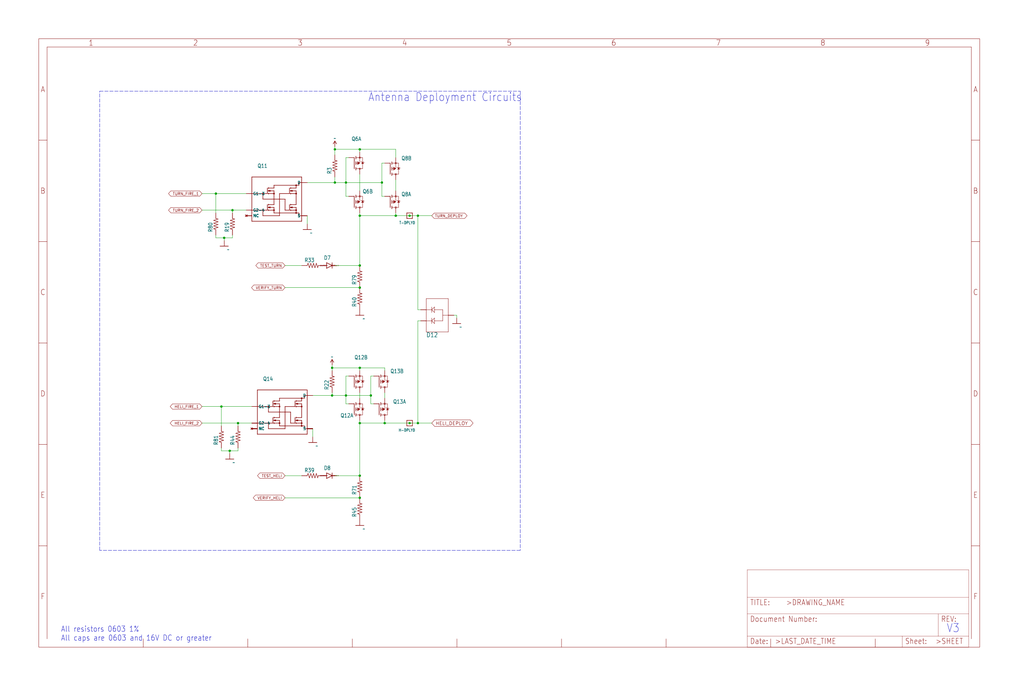
<source format=kicad_sch>
(kicad_sch (version 20211123) (generator eeschema)
  (paper "User" 469.9 317.906)
  (lib_symbols
    (symbol "oresat-c3-eagle-import:DIODE-SOD323-R"
      (property "Reference" "D" (at -2.54 1.905 0))
      (property "Value" "DIODE-SOD323-R" (at -2.54 -3.81 0))
      (symbol "DIODE-SOD323-R_1_0"
        (polyline (pts (xy -1.27 -1.27) (xy 1.27 0)) (stroke (width 0.254)))
        (polyline (pts (xy -1.27 0) (xy -2.54 0)) (stroke (width 0.254)))
        (polyline (pts (xy -1.27 0) (xy -1.27 -1.27)) (stroke (width 0.254)))
        (polyline (pts (xy -1.27 1.27) (xy -1.27 0)) (stroke (width 0.254)))
        (polyline (pts (xy 1.27 0) (xy -1.27 1.27)) (stroke (width 0.254)))
        (polyline (pts (xy 1.27 0) (xy 1.27 -1.27)) (stroke (width 0.254)))
        (polyline (pts (xy 1.27 1.27) (xy 1.27 0)) (stroke (width 0.254)))
        (polyline (pts (xy 2.54 0) (xy 1.27 0)) (stroke (width 0.254)))
        (text "SpiceOrder 1" (at -2.54 0 0) (effects (font (size 0.4064 0.3454))))
        (text "SpiceOrder 2" (at 2.54 0 0) (effects (font (size 0.4064 0.3454))))
        (pin passive line (at -2.54 0 0) (length 0) (name "A") (number "A"))
        (pin passive line (at 2.54 0 180) (length 0) (name "C") (number "C"))
      )
    )
    (symbol "oresat-c3-eagle-import:FDMQ86530L_2-GATES"
      (property "Reference" "Q" (at -10.16 15.24 0))
      (property "Value" "FDMQ86530L_2-GATES" (at -10.16 12.7 0))
      (symbol "FDMQ86530L_2-GATES_1_0"
        (circle (center -7.62 -5.08) (radius 0.254) (stroke (width 0.254)))
        (circle (center -7.62 2.54) (radius 0.254) (stroke (width 0.254)))
        (circle (center -2.54 -5.08) (radius 0.254) (stroke (width 0.254)))
        (circle (center -2.54 2.54) (radius 0.254) (stroke (width 0.254)))
        (polyline (pts (xy -12.7 -10.16) (xy 10.16 -10.16)) (stroke (width 0.254)))
        (polyline (pts (xy -12.7 -5.08) (xy -12.7 -10.16)) (stroke (width 0.254)))
        (polyline (pts (xy -12.7 2.54) (xy -12.7 -5.08)) (stroke (width 0.254)))
        (polyline (pts (xy -12.7 10.16) (xy -12.7 2.54)) (stroke (width 0.254)))
        (polyline (pts (xy -7.62 -7.62) (xy -7.62 -5.08)) (stroke (width 0.254)))
        (polyline (pts (xy -7.62 -5.08) (xy -12.7 -5.08)) (stroke (width 0.254)))
        (polyline (pts (xy -7.62 -5.08) (xy -5.588 -5.08)) (stroke (width 0.254)))
        (polyline (pts (xy -7.62 0) (xy -7.62 2.54)) (stroke (width 0.254)))
        (polyline (pts (xy -7.62 2.54) (xy -12.7 2.54)) (stroke (width 0.254)))
        (polyline (pts (xy -7.62 2.54) (xy -5.588 2.54)) (stroke (width 0.254)))
        (polyline (pts (xy -5.588 -5.08) (xy -5.588 -2.54)) (stroke (width 0.254)))
        (polyline (pts (xy -5.588 2.54) (xy -5.588 5.08)) (stroke (width 0.254)))
        (polyline (pts (xy -5.08 -5.334) (xy -5.08 -5.08)) (stroke (width 0.254)))
        (polyline (pts (xy -5.08 -5.08) (xy -5.08 -4.826)) (stroke (width 0.254)))
        (polyline (pts (xy -5.08 -3.81) (xy -5.08 -4.064)) (stroke (width 0.254)))
        (polyline (pts (xy -5.08 -3.81) (xy -5.08 -3.556)) (stroke (width 0.254)))
        (polyline (pts (xy -5.08 -3.81) (xy -4.318 -3.556)) (stroke (width 0.254)))
        (polyline (pts (xy -5.08 -3.81) (xy -2.54 -3.81)) (stroke (width 0.254)))
        (polyline (pts (xy -5.08 -2.794) (xy -5.08 -2.54)) (stroke (width 0.254)))
        (polyline (pts (xy -5.08 -2.54) (xy -5.08 -2.286)) (stroke (width 0.254)))
        (polyline (pts (xy -5.08 -2.54) (xy -2.54 -2.54)) (stroke (width 0.254)))
        (polyline (pts (xy -5.08 2.286) (xy -5.08 2.54)) (stroke (width 0.254)))
        (polyline (pts (xy -5.08 2.54) (xy -5.08 2.794)) (stroke (width 0.254)))
        (polyline (pts (xy -5.08 3.81) (xy -5.08 3.556)) (stroke (width 0.254)))
        (polyline (pts (xy -5.08 3.81) (xy -5.08 4.064)) (stroke (width 0.254)))
        (polyline (pts (xy -5.08 3.81) (xy -4.318 4.064)) (stroke (width 0.254)))
        (polyline (pts (xy -5.08 3.81) (xy -2.54 3.81)) (stroke (width 0.254)))
        (polyline (pts (xy -5.08 4.826) (xy -5.08 5.08)) (stroke (width 0.254)))
        (polyline (pts (xy -5.08 5.08) (xy -5.08 5.334)) (stroke (width 0.254)))
        (polyline (pts (xy -5.08 5.08) (xy -2.54 5.08)) (stroke (width 0.254)))
        (polyline (pts (xy -4.318 -4.064) (xy -5.08 -3.81)) (stroke (width 0.254)))
        (polyline (pts (xy -4.318 -3.556) (xy -4.318 -4.064)) (stroke (width 0.254)))
        (polyline (pts (xy -4.318 3.556) (xy -5.08 3.81)) (stroke (width 0.254)))
        (polyline (pts (xy -4.318 4.064) (xy -4.318 3.556)) (stroke (width 0.254)))
        (polyline (pts (xy -2.54 -6.35) (xy -2.54 -5.08)) (stroke (width 0.254)))
        (polyline (pts (xy -2.54 -6.35) (xy 8.89 -6.35)) (stroke (width 0.254)))
        (polyline (pts (xy -2.54 -5.08) (xy -5.08 -5.08)) (stroke (width 0.254)))
        (polyline (pts (xy -2.54 -3.81) (xy -2.54 -5.08)) (stroke (width 0.254)))
        (polyline (pts (xy -2.54 2.54) (xy -5.08 2.54)) (stroke (width 0.254)))
        (polyline (pts (xy -2.54 2.54) (xy -2.54 -2.54)) (stroke (width 0.254)))
        (polyline (pts (xy -2.54 3.81) (xy -2.54 2.54)) (stroke (width 0.254)))
        (polyline (pts (xy -2.54 6.35) (xy -2.54 5.08)) (stroke (width 0.254)))
        (polyline (pts (xy -2.54 6.35) (xy 8.89 6.35)) (stroke (width 0.254)))
        (polyline (pts (xy 0 -7.62) (xy -7.62 -7.62)) (stroke (width 0.254)))
        (polyline (pts (xy 0 2.54) (xy 0 -7.62)) (stroke (width 0.254)))
        (polyline (pts (xy 2.54 -5.08) (xy 2.54 0)) (stroke (width 0.254)))
        (polyline (pts (xy 2.54 -5.08) (xy 4.572 -5.08)) (stroke (width 0.254)))
        (polyline (pts (xy 2.54 0) (xy -7.62 0)) (stroke (width 0.254)))
        (polyline (pts (xy 4.572 -5.08) (xy 4.572 -2.54)) (stroke (width 0.254)))
        (polyline (pts (xy 4.572 2.54) (xy 0 2.54)) (stroke (width 0.254)))
        (polyline (pts (xy 4.572 2.54) (xy 4.572 5.08)) (stroke (width 0.254)))
        (polyline (pts (xy 5.08 -5.334) (xy 5.08 -5.08)) (stroke (width 0.254)))
        (polyline (pts (xy 5.08 -5.08) (xy 5.08 -4.826)) (stroke (width 0.254)))
        (polyline (pts (xy 5.08 -3.81) (xy 5.08 -4.064)) (stroke (width 0.254)))
        (polyline (pts (xy 5.08 -3.81) (xy 5.08 -3.556)) (stroke (width 0.254)))
        (polyline (pts (xy 5.08 -3.81) (xy 5.842 -3.556)) (stroke (width 0.254)))
        (polyline (pts (xy 5.08 -3.81) (xy 7.62 -3.81)) (stroke (width 0.254)))
        (polyline (pts (xy 5.08 -2.794) (xy 5.08 -2.54)) (stroke (width 0.254)))
        (polyline (pts (xy 5.08 -2.54) (xy 5.08 -2.286)) (stroke (width 0.254)))
        (polyline (pts (xy 5.08 -2.54) (xy 7.62 -2.54)) (stroke (width 0.254)))
        (polyline (pts (xy 5.08 2.286) (xy 5.08 2.54)) (stroke (width 0.254)))
        (polyline (pts (xy 5.08 2.54) (xy 5.08 2.794)) (stroke (width 0.254)))
        (polyline (pts (xy 5.08 3.81) (xy 5.08 3.556)) (stroke (width 0.254)))
        (polyline (pts (xy 5.08 3.81) (xy 5.08 4.064)) (stroke (width 0.254)))
        (polyline (pts (xy 5.08 3.81) (xy 5.842 4.064)) (stroke (width 0.254)))
        (polyline (pts (xy 5.08 3.81) (xy 7.62 3.81)) (stroke (width 0.254)))
        (polyline (pts (xy 5.08 4.826) (xy 5.08 5.08)) (stroke (width 0.254)))
        (polyline (pts (xy 5.08 5.08) (xy 5.08 5.334)) (stroke (width 0.254)))
        (polyline (pts (xy 5.08 5.08) (xy 7.62 5.08)) (stroke (width 0.254)))
        (polyline (pts (xy 5.842 -4.064) (xy 5.08 -3.81)) (stroke (width 0.254)))
        (polyline (pts (xy 5.842 -3.556) (xy 5.842 -4.064)) (stroke (width 0.254)))
        (polyline (pts (xy 5.842 3.556) (xy 5.08 3.81)) (stroke (width 0.254)))
        (polyline (pts (xy 5.842 4.064) (xy 5.842 3.556)) (stroke (width 0.254)))
        (polyline (pts (xy 7.62 -6.35) (xy 7.62 -5.08)) (stroke (width 0.254)))
        (polyline (pts (xy 7.62 -5.08) (xy 5.08 -5.08)) (stroke (width 0.254)))
        (polyline (pts (xy 7.62 -3.81) (xy 7.62 -5.08)) (stroke (width 0.254)))
        (polyline (pts (xy 7.62 2.54) (xy 5.08 2.54)) (stroke (width 0.254)))
        (polyline (pts (xy 7.62 2.54) (xy 7.62 -2.54)) (stroke (width 0.254)))
        (polyline (pts (xy 7.62 3.81) (xy 7.62 2.54)) (stroke (width 0.254)))
        (polyline (pts (xy 7.62 6.35) (xy 7.62 5.08)) (stroke (width 0.254)))
        (polyline (pts (xy 8.89 -7.62) (xy 8.89 -6.35)) (stroke (width 0.254)))
        (polyline (pts (xy 8.89 7.62) (xy 8.89 6.35)) (stroke (width 0.254)))
        (polyline (pts (xy 10.16 -10.16) (xy 10.16 10.16)) (stroke (width 0.254)))
        (polyline (pts (xy 10.16 -7.62) (xy 8.89 -7.62)) (stroke (width 0.254)))
        (polyline (pts (xy 10.16 7.62) (xy 8.89 7.62)) (stroke (width 0.254)))
        (polyline (pts (xy 10.16 10.16) (xy -12.7 10.16)) (stroke (width 0.254)))
        (circle (center 7.62 -6.35) (radius 0.254) (stroke (width 0.254)))
        (circle (center 7.62 -5.08) (radius 0.254) (stroke (width 0.254)))
        (circle (center 7.62 2.54) (radius 0.254) (stroke (width 0.254)))
        (circle (center 7.62 6.35) (radius 0.254) (stroke (width 0.254)))
        (pin passive line (at -15.24 2.54 0) (length 2.54) (name "G1-3") (number "1"))
        (pin no_connect line (at -15.24 -7.62 0) (length 2.54) (name "NC") (number "10"))
        (pin passive line (at 12.7 7.62 180) (length 2.54) (name "D") (number "11"))
        (pin passive line (at -15.24 -5.08 0) (length 2.54) (name "G2-4") (number "12"))
        (pin passive line (at 12.7 7.62 180) (length 2.54) (name "D") (number "13"))
        (pin no_connect line (at -15.24 -7.62 0) (length 2.54) (name "NC") (number "14"))
        (pin no_connect line (at -15.24 -7.62 0) (length 2.54) (name "NC") (number "15"))
        (pin passive line (at 12.7 7.62 180) (length 2.54) (name "D") (number "2"))
        (pin no_connect line (at -15.24 -7.62 0) (length 2.54) (name "NC") (number "3"))
        (pin passive line (at -15.24 -5.08 0) (length 2.54) (name "G2-4") (number "4"))
        (pin passive line (at 12.7 -7.62 180) (length 2.54) (name "S") (number "5"))
        (pin passive line (at 12.7 -7.62 180) (length 2.54) (name "S") (number "6"))
        (pin passive line (at 12.7 -7.62 180) (length 2.54) (name "S") (number "7"))
        (pin passive line (at 12.7 -7.62 180) (length 2.54) (name "S") (number "8"))
        (pin passive line (at -15.24 2.54 0) (length 2.54) (name "G1-3") (number "9"))
      )
    )
    (symbol "oresat-c3-eagle-import:FRAME_B_L"
      (symbol "FRAME_B_L_1_0"
        (polyline (pts (xy 0 46.5667) (xy 3.81 46.5667)))
        (polyline (pts (xy 0 93.1333) (xy 3.81 93.1333)))
        (polyline (pts (xy 0 139.7) (xy 3.81 139.7)))
        (polyline (pts (xy 0 186.2667) (xy 3.81 186.2667)))
        (polyline (pts (xy 0 232.8333) (xy 3.81 232.8333)))
        (polyline (pts (xy 3.81 3.81) (xy 3.81 275.59)))
        (polyline (pts (xy 47.9778 0) (xy 47.9778 3.81)))
        (polyline (pts (xy 95.9556 0) (xy 95.9556 3.81)))
        (polyline (pts (xy 143.9333 0) (xy 143.9333 3.81)))
        (polyline (pts (xy 191.9111 0) (xy 191.9111 3.81)))
        (polyline (pts (xy 239.8889 0) (xy 239.8889 3.81)))
        (polyline (pts (xy 287.8667 0) (xy 287.8667 3.81)))
        (polyline (pts (xy 335.8444 0) (xy 335.8444 3.81)))
        (polyline (pts (xy 383.8222 0) (xy 383.8222 3.81)))
        (polyline (pts (xy 427.99 3.81) (xy 427.99 275.59)))
        (polyline (pts (xy 427.99 46.5667) (xy 431.8 46.5667)))
        (polyline (pts (xy 427.99 93.1333) (xy 431.8 93.1333)))
        (polyline (pts (xy 427.99 139.7) (xy 431.8 139.7)))
        (polyline (pts (xy 427.99 186.2667) (xy 431.8 186.2667)))
        (polyline (pts (xy 427.99 232.8333) (xy 431.8 232.8333)))
        (polyline (pts (xy 427.99 275.59) (xy 3.81 275.59)))
        (polyline (pts (xy 0 0) (xy 431.8 0) (xy 431.8 279.4) (xy 0 279.4) (xy 0 0)))
        (text "1" (at 23.9889 277.495 0) (effects (font (size 2.54 2.286))))
        (text "2" (at 71.9667 277.495 0) (effects (font (size 2.54 2.286))))
        (text "3" (at 119.9444 277.495 0) (effects (font (size 2.54 2.286))))
        (text "4" (at 167.9222 277.495 0) (effects (font (size 2.54 2.286))))
        (text "5" (at 215.9 277.495 0) (effects (font (size 2.54 2.286))))
        (text "6" (at 263.8778 277.495 0) (effects (font (size 2.54 2.286))))
        (text "7" (at 311.8556 277.495 0) (effects (font (size 2.54 2.286))))
        (text "8" (at 359.8333 277.495 0) (effects (font (size 2.54 2.286))))
        (text "9" (at 407.8111 277.495 0) (effects (font (size 2.54 2.286))))
        (text "A" (at 1.905 256.1167 0) (effects (font (size 2.54 2.286))))
        (text "A" (at 429.895 256.1167 0) (effects (font (size 2.54 2.286))))
        (text "B" (at 1.905 209.55 0) (effects (font (size 2.54 2.286))))
        (text "B" (at 429.895 209.55 0) (effects (font (size 2.54 2.286))))
        (text "C" (at 1.905 162.9833 0) (effects (font (size 2.54 2.286))))
        (text "C" (at 429.895 162.9833 0) (effects (font (size 2.54 2.286))))
        (text "D" (at 1.905 116.4167 0) (effects (font (size 2.54 2.286))))
        (text "D" (at 429.895 116.4167 0) (effects (font (size 2.54 2.286))))
        (text "E" (at 1.905 69.85 0) (effects (font (size 2.54 2.286))))
        (text "E" (at 429.895 69.85 0) (effects (font (size 2.54 2.286))))
        (text "F" (at 1.905 23.2833 0) (effects (font (size 2.54 2.286))))
        (text "F" (at 429.895 23.2833 0) (effects (font (size 2.54 2.286))))
      )
      (symbol "FRAME_B_L_2_0"
        (polyline (pts (xy 0 0) (xy 0 5.08)) (stroke (width 0.1016)))
        (polyline (pts (xy 0 0) (xy 71.12 0)) (stroke (width 0.1016)))
        (polyline (pts (xy 0 5.08) (xy 0 15.24)) (stroke (width 0.1016)))
        (polyline (pts (xy 0 5.08) (xy 71.12 5.08)) (stroke (width 0.1016)))
        (polyline (pts (xy 0 15.24) (xy 0 22.86)) (stroke (width 0.1016)))
        (polyline (pts (xy 0 22.86) (xy 0 35.56)) (stroke (width 0.1016)))
        (polyline (pts (xy 0 22.86) (xy 101.6 22.86)) (stroke (width 0.1016)))
        (polyline (pts (xy 71.12 0) (xy 101.6 0)) (stroke (width 0.1016)))
        (polyline (pts (xy 71.12 5.08) (xy 71.12 0)) (stroke (width 0.1016)))
        (polyline (pts (xy 71.12 5.08) (xy 87.63 5.08)) (stroke (width 0.1016)))
        (polyline (pts (xy 87.63 5.08) (xy 101.6 5.08)) (stroke (width 0.1016)))
        (polyline (pts (xy 87.63 15.24) (xy 0 15.24)) (stroke (width 0.1016)))
        (polyline (pts (xy 87.63 15.24) (xy 87.63 5.08)) (stroke (width 0.1016)))
        (polyline (pts (xy 101.6 5.08) (xy 101.6 0)) (stroke (width 0.1016)))
        (polyline (pts (xy 101.6 15.24) (xy 87.63 15.24)) (stroke (width 0.1016)))
        (polyline (pts (xy 101.6 15.24) (xy 101.6 5.08)) (stroke (width 0.1016)))
        (polyline (pts (xy 101.6 22.86) (xy 101.6 15.24)) (stroke (width 0.1016)))
        (polyline (pts (xy 101.6 35.56) (xy 0 35.56)) (stroke (width 0.1016)))
        (polyline (pts (xy 101.6 35.56) (xy 101.6 22.86)) (stroke (width 0.1016)))
        (text ">DRAWING_NAME" (at 17.78 19.05 0) (effects (font (size 2.54 2.159)) (justify left bottom)))
        (text ">LAST_DATE_TIME" (at 12.7 1.27 0) (effects (font (size 2.54 2.159)) (justify left bottom)))
        (text ">SHEET" (at 86.36 1.27 0) (effects (font (size 2.54 2.159)) (justify left bottom)))
        (text "Date:" (at 1.27 1.27 0) (effects (font (size 2.54 2.159)) (justify left bottom)))
        (text "Document Number:" (at 1.27 11.43 0) (effects (font (size 2.54 2.159)) (justify left bottom)))
        (text "REV:" (at 88.9 11.43 0) (effects (font (size 2.54 2.159)) (justify left bottom)))
        (text "Sheet:" (at 72.39 1.27 0) (effects (font (size 2.54 2.159)) (justify left bottom)))
        (text "TITLE:" (at 1.27 19.05 0) (effects (font (size 2.54 2.159)) (justify left bottom)))
      )
    )
    (symbol "oresat-c3-eagle-import:GND" (power)
      (property "Value" "GND" (at -2.54 -2.54 0))
      (symbol "GND_1_0"
        (polyline (pts (xy -1.905 0) (xy 1.905 0)) (stroke (width 0.254)))
        (pin power_in line (at 0 2.54 270) (length 2.54) (name "GND") (number "1"))
      )
    )
    (symbol "oresat-c3-eagle-import:MMBZ15VALFHT116"
      (property "Reference" "D" (at 2.54 -7.62 0))
      (property "Value" "MMBZ15VALFHT116" (at 2.54 -10.16 0))
      (symbol "MMBZ15VALFHT116_1_0"
        (polyline (pts (xy -7.62 -5.08) (xy 0 -5.08)) (stroke (width 0.1524)))
        (polyline (pts (xy -7.62 5.08) (xy -7.62 -5.08)) (stroke (width 0.1524)))
        (polyline (pts (xy -3.81 1.27) (xy -2.54 2.54)) (stroke (width 0.1524)))
        (polyline (pts (xy -2.54 -2.54) (xy -2.54 1.27)) (stroke (width 0.1524)))
        (polyline (pts (xy -2.54 1.27) (xy -3.81 1.27)) (stroke (width 0.1524)))
        (polyline (pts (xy -2.54 1.27) (xy -1.27 1.27)) (stroke (width 0.1524)))
        (polyline (pts (xy -2.54 2.54) (xy -3.81 2.54)) (stroke (width 0.1524)))
        (polyline (pts (xy -2.54 2.54) (xy -2.54 5.08)) (stroke (width 0.1524)))
        (polyline (pts (xy -2.54 2.54) (xy -1.27 1.27)) (stroke (width 0.1524)))
        (polyline (pts (xy -2.54 5.08) (xy -7.62 5.08)) (stroke (width 0.1524)))
        (polyline (pts (xy -1.27 2.54) (xy -2.54 2.54)) (stroke (width 0.1524)))
        (polyline (pts (xy 0 -5.08) (xy 0 -2.54)) (stroke (width 0.1524)))
        (polyline (pts (xy 0 -5.08) (xy 7.62 -5.08)) (stroke (width 0.1524)))
        (polyline (pts (xy 0 -2.54) (xy -2.54 -2.54)) (stroke (width 0.1524)))
        (polyline (pts (xy 0 -2.54) (xy 2.54 -2.54)) (stroke (width 0.1524)))
        (polyline (pts (xy 1.27 2.54) (xy 2.54 2.54)) (stroke (width 0.1524)))
        (polyline (pts (xy 2.54 -2.54) (xy 2.54 1.27)) (stroke (width 0.1524)))
        (polyline (pts (xy 2.54 1.27) (xy 1.27 1.27)) (stroke (width 0.1524)))
        (polyline (pts (xy 2.54 1.27) (xy 3.81 1.27)) (stroke (width 0.1524)))
        (polyline (pts (xy 2.54 2.54) (xy 1.27 1.27)) (stroke (width 0.1524)))
        (polyline (pts (xy 2.54 2.54) (xy 2.54 5.08)) (stroke (width 0.1524)))
        (polyline (pts (xy 2.54 2.54) (xy 3.81 2.54)) (stroke (width 0.1524)))
        (polyline (pts (xy 3.81 1.27) (xy 2.54 2.54)) (stroke (width 0.1524)))
        (polyline (pts (xy 7.62 -5.08) (xy 7.62 5.08)) (stroke (width 0.1524)))
        (polyline (pts (xy 7.62 5.08) (xy -2.54 5.08)) (stroke (width 0.1524)))
        (pin passive line (at -2.54 7.62 270) (length 2.54) (name "1") (number "1"))
        (pin passive line (at 2.54 7.62 270) (length 2.54) (name "2") (number "2"))
        (pin passive line (at 0 -7.62 90) (length 2.54) (name "3") (number "3"))
      )
    )
    (symbol "oresat-c3-eagle-import:MOSFET-PCH-SOT23-6"
      (property "Reference" "Q" (at -11.43 -1.27 0))
      (property "Value" "MOSFET-PCH-SOT23-6" (at -11.43 -3.81 0))
      (symbol "MOSFET-PCH-SOT23-6_1_0"
        (polyline (pts (xy 0 -2.54) (xy 0 2.54)) (stroke (width 0.254)))
        (polyline (pts (xy 0.762 -3.175) (xy 0.762 -2.54)) (stroke (width 0.254)))
        (polyline (pts (xy 0.762 -2.54) (xy 0.762 -1.905)) (stroke (width 0.254)))
        (polyline (pts (xy 0.762 -2.54) (xy 3.81 -2.54)) (stroke (width 0.1524)))
        (polyline (pts (xy 0.762 -0.762) (xy 0.762 0)) (stroke (width 0.254)))
        (polyline (pts (xy 0.762 0) (xy 0.762 0.762)) (stroke (width 0.254)))
        (polyline (pts (xy 0.762 0) (xy 2.54 0)) (stroke (width 0.1524)))
        (polyline (pts (xy 0.762 1.905) (xy 0.762 2.54)) (stroke (width 0.254)))
        (polyline (pts (xy 0.762 2.54) (xy 0.762 3.175)) (stroke (width 0.254)))
        (polyline (pts (xy 2.54 0) (xy 2.54 2.54)) (stroke (width 0.1524)))
        (polyline (pts (xy 2.54 2.54) (xy 0.762 2.54)) (stroke (width 0.1524)))
        (polyline (pts (xy 2.54 2.54) (xy 3.81 2.54)) (stroke (width 0.1524)))
        (polyline (pts (xy 3.048 0.762) (xy 3.302 0.508)) (stroke (width 0.1524)))
        (polyline (pts (xy 3.302 0.508) (xy 3.81 0.508)) (stroke (width 0.1524)))
        (polyline (pts (xy 3.81 -2.54) (xy 3.81 0.508)) (stroke (width 0.1524)))
        (polyline (pts (xy 3.81 0.508) (xy 3.81 2.54)) (stroke (width 0.1524)))
        (polyline (pts (xy 3.81 0.508) (xy 4.318 0.508)) (stroke (width 0.1524)))
        (polyline (pts (xy 4.318 0.508) (xy 4.572 0.254)) (stroke (width 0.1524)))
        (polyline (pts (xy 2.54 0) (xy 1.524 0.762) (xy 1.524 -0.762)) (fill (type outline)))
        (polyline (pts (xy 3.81 0.508) (xy 4.318 -0.254) (xy 3.302 -0.254)) (fill (type outline)))
        (circle (center 2.54 -2.54) (radius 0.3592))
        (circle (center 2.54 2.54) (radius 0.3592))
        (pin passive line (at -2.54 2.54 0) (length 2.54) (name "G") (number "1"))
        (pin passive line (at 2.54 5.08 270) (length 2.54) (name "S") (number "5"))
        (pin passive line (at 2.54 -5.08 90) (length 2.54) (name "D") (number "6"))
      )
      (symbol "MOSFET-PCH-SOT23-6_2_0"
        (polyline (pts (xy 0 -2.54) (xy 0 2.54)) (stroke (width 0.254)))
        (polyline (pts (xy 0.762 -3.175) (xy 0.762 -2.54)) (stroke (width 0.254)))
        (polyline (pts (xy 0.762 -2.54) (xy 0.762 -1.905)) (stroke (width 0.254)))
        (polyline (pts (xy 0.762 -2.54) (xy 3.81 -2.54)) (stroke (width 0.1524)))
        (polyline (pts (xy 0.762 -0.762) (xy 0.762 0)) (stroke (width 0.254)))
        (polyline (pts (xy 0.762 0) (xy 0.762 0.762)) (stroke (width 0.254)))
        (polyline (pts (xy 0.762 0) (xy 2.54 0)) (stroke (width 0.1524)))
        (polyline (pts (xy 0.762 1.905) (xy 0.762 2.54)) (stroke (width 0.254)))
        (polyline (pts (xy 0.762 2.54) (xy 0.762 3.175)) (stroke (width 0.254)))
        (polyline (pts (xy 2.54 0) (xy 2.54 2.54)) (stroke (width 0.1524)))
        (polyline (pts (xy 2.54 2.54) (xy 0.762 2.54)) (stroke (width 0.1524)))
        (polyline (pts (xy 2.54 2.54) (xy 3.81 2.54)) (stroke (width 0.1524)))
        (polyline (pts (xy 3.048 0.762) (xy 3.302 0.508)) (stroke (width 0.1524)))
        (polyline (pts (xy 3.302 0.508) (xy 3.81 0.508)) (stroke (width 0.1524)))
        (polyline (pts (xy 3.81 -2.54) (xy 3.81 0.508)) (stroke (width 0.1524)))
        (polyline (pts (xy 3.81 0.508) (xy 3.81 2.54)) (stroke (width 0.1524)))
        (polyline (pts (xy 3.81 0.508) (xy 4.318 0.508)) (stroke (width 0.1524)))
        (polyline (pts (xy 4.318 0.508) (xy 4.572 0.254)) (stroke (width 0.1524)))
        (polyline (pts (xy 2.54 0) (xy 1.524 0.762) (xy 1.524 -0.762)) (fill (type outline)))
        (polyline (pts (xy 3.81 0.508) (xy 4.318 -0.254) (xy 3.302 -0.254)) (fill (type outline)))
        (circle (center 2.54 -2.54) (radius 0.3592))
        (circle (center 2.54 2.54) (radius 0.3592))
        (pin passive line (at 2.54 5.08 270) (length 2.54) (name "S") (number "2"))
        (pin passive line (at -2.54 2.54 0) (length 2.54) (name "G") (number "3"))
        (pin passive line (at 2.54 -5.08 90) (length 2.54) (name "D") (number "4"))
      )
    )
    (symbol "oresat-c3-eagle-import:R-US_0603-C-NOSILK"
      (property "Reference" "R" (at -3.81 1.4986 0))
      (property "Value" "R-US_0603-C-NOSILK" (at -3.81 -3.302 0))
      (symbol "R-US_0603-C-NOSILK_1_0"
        (polyline (pts (xy -2.54 0) (xy -2.159 1.016)) (stroke (width 0.2032)))
        (polyline (pts (xy -2.159 1.016) (xy -1.524 -1.016)) (stroke (width 0.2032)))
        (polyline (pts (xy -1.524 -1.016) (xy -0.889 1.016)) (stroke (width 0.2032)))
        (polyline (pts (xy -0.889 1.016) (xy -0.254 -1.016)) (stroke (width 0.2032)))
        (polyline (pts (xy -0.254 -1.016) (xy 0.381 1.016)) (stroke (width 0.2032)))
        (polyline (pts (xy 0.381 1.016) (xy 1.016 -1.016)) (stroke (width 0.2032)))
        (polyline (pts (xy 1.016 -1.016) (xy 1.651 1.016)) (stroke (width 0.2032)))
        (polyline (pts (xy 1.651 1.016) (xy 2.286 -1.016)) (stroke (width 0.2032)))
        (polyline (pts (xy 2.286 -1.016) (xy 2.54 0)) (stroke (width 0.2032)))
        (pin passive line (at -5.08 0 0) (length 2.54) (name "1") (number "1"))
        (pin passive line (at 5.08 0 180) (length 2.54) (name "2") (number "2"))
      )
    )
    (symbol "oresat-c3-eagle-import:TEST-POINT-LARGE-SQUARE"
      (property "Reference" "TP" (at -2.54 2.54 0))
      (symbol "TEST-POINT-LARGE-SQUARE_1_0"
        (polyline (pts (xy -1.27 -1.27) (xy -1.27 1.27)) (stroke (width 0.254)))
        (polyline (pts (xy -1.27 1.27) (xy 1.27 1.27)) (stroke (width 0.254)))
        (polyline (pts (xy 1.27 -1.27) (xy -1.27 -1.27)) (stroke (width 0.254)))
        (polyline (pts (xy 1.27 1.27) (xy 1.27 -1.27)) (stroke (width 0.254)))
        (pin passive line (at 0 0 0) (length 0) (name "1") (number "1"))
      )
    )
    (symbol "oresat-c3-eagle-import:VBUS" (power)
      (property "Value" "VBUS" (at 0 0.254 0))
      (symbol "VBUS_1_0"
        (polyline (pts (xy 0 0) (xy -0.762 -1.27)) (stroke (width 0.254)))
        (polyline (pts (xy 0.762 -1.27) (xy 0 0)) (stroke (width 0.254)))
        (pin power_in line (at 0 -2.54 90) (length 2.54) (name "VBUS") (number "1"))
      )
    )
  )
  (junction (at 176.53 194.31))
  (junction (at 106.68 96.52))
  (junction (at 158.75 181.61))
  (junction (at 99.06 88.9))
  (junction (at 187.96 194.31))
  (junction (at 165.1 168.91))
  (junction (at 165.1 121.92))
  (junction (at 191.77 99.06))
  (junction (at 165.1 68.58))
  (junction (at 101.6 186.69))
  (junction (at 102.87 109.22))
  (junction (at 153.67 68.58))
  (junction (at 109.22 194.31))
  (junction (at 165.1 228.6))
  (junction (at 191.77 194.31))
  (junction (at 165.1 132.08))
  (junction (at 170.18 181.61))
  (junction (at 152.4 181.61))
  (junction (at 153.67 83.82))
  (junction (at 181.61 99.06))
  (junction (at 152.4 168.91))
  (junction (at 158.75 83.82))
  (junction (at 165.1 218.44))
  (junction (at 165.1 194.31))
  (junction (at 165.1 99.06))
  (junction (at 105.41 207.01))
  (junction (at 187.96 99.06))
  (junction (at 175.26 83.82))
  (wire (pts (xy 187.96 194.31) (xy 191.77 194.31)))
  (wire (pts (xy 152.4 168.91) (xy 152.4 167.64)))
  (wire (pts (xy 181.61 99.06) (xy 187.96 99.06)))
  (wire (pts (xy 170.18 185.42) (xy 171.45 185.42)))
  (wire (pts (xy 99.06 107.95) (xy 99.06 109.22)))
  (wire (pts (xy 209.55 144.78) (xy 209.55 146.05)))
  (wire (pts (xy 165.1 121.92) (xy 153.67 121.92)))
  (wire (pts (xy 105.41 207.01) (xy 109.22 207.01)))
  (wire (pts (xy 99.06 109.22) (xy 102.87 109.22)))
  (wire (pts (xy 113.03 88.9) (xy 99.06 88.9)))
  (wire (pts (xy 102.87 109.22) (xy 106.68 109.22)))
  (wire (pts (xy 165.1 80.01) (xy 165.1 87.63)))
  (wire (pts (xy 165.1 99.06) (xy 165.1 121.92)))
  (wire (pts (xy 158.75 181.61) (xy 158.75 172.72)))
  (wire (pts (xy 101.6 207.01) (xy 105.41 207.01)))
  (wire (pts (xy 165.1 228.6) (xy 130.81 228.6)))
  (wire (pts (xy 165.1 218.44) (xy 153.67 218.44)))
  (wire (pts (xy 165.1 193.04) (xy 165.1 194.31)))
  (wire (pts (xy 176.53 74.93) (xy 175.26 74.93)))
  (wire (pts (xy 143.51 196.85) (xy 143.51 200.66)))
  (wire (pts (xy 158.75 83.82) (xy 158.75 90.17)))
  (wire (pts (xy 158.75 172.72) (xy 160.02 172.72)))
  (wire (pts (xy 176.53 170.18) (xy 176.53 168.91)))
  (wire (pts (xy 165.1 68.58) (xy 153.67 68.58)))
  (wire (pts (xy 92.71 88.9) (xy 99.06 88.9)))
  (wire (pts (xy 165.1 97.79) (xy 165.1 99.06)))
  (wire (pts (xy 165.1 168.91) (xy 152.4 168.91)))
  (wire (pts (xy 165.1 69.85) (xy 165.1 68.58)))
  (wire (pts (xy 176.53 193.04) (xy 176.53 194.31)))
  (wire (pts (xy 175.26 83.82) (xy 158.75 83.82)))
  (wire (pts (xy 176.53 182.88) (xy 176.53 180.34)))
  (polyline (pts (xy 238.76 252.73) (xy 45.72 252.73)))
  (wire (pts (xy 158.75 90.17) (xy 160.02 90.17)))
  (wire (pts (xy 102.87 109.22) (xy 102.87 110.49)))
  (wire (pts (xy 106.68 96.52) (xy 92.71 96.52)))
  (wire (pts (xy 181.61 82.55) (xy 181.61 87.63)))
  (wire (pts (xy 140.97 83.82) (xy 153.67 83.82)))
  (wire (pts (xy 171.45 172.72) (xy 170.18 172.72)))
  (wire (pts (xy 165.1 68.58) (xy 181.61 68.58)))
  (wire (pts (xy 165.1 99.06) (xy 181.61 99.06)))
  (wire (pts (xy 105.41 208.28) (xy 105.41 207.01)))
  (wire (pts (xy 165.1 194.31) (xy 176.53 194.31)))
  (wire (pts (xy 138.43 121.92) (xy 130.81 121.92)))
  (polyline (pts (xy 238.76 41.91) (xy 238.76 252.73)))
  (wire (pts (xy 153.67 71.12) (xy 153.67 68.58)))
  (wire (pts (xy 187.96 99.06) (xy 191.77 99.06)))
  (wire (pts (xy 175.26 74.93) (xy 175.26 83.82)))
  (wire (pts (xy 165.1 180.34) (xy 165.1 182.88)))
  (wire (pts (xy 140.97 99.06) (xy 140.97 102.87)))
  (wire (pts (xy 191.77 142.24) (xy 191.77 99.06)))
  (wire (pts (xy 101.6 186.69) (xy 92.71 186.69)))
  (wire (pts (xy 152.4 180.34) (xy 152.4 181.61)))
  (wire (pts (xy 193.04 147.32) (xy 191.77 147.32)))
  (wire (pts (xy 101.6 205.74) (xy 101.6 207.01)))
  (wire (pts (xy 158.75 185.42) (xy 158.75 181.61)))
  (wire (pts (xy 165.1 132.08) (xy 130.81 132.08)))
  (wire (pts (xy 109.22 195.58) (xy 109.22 194.31)))
  (wire (pts (xy 153.67 83.82) (xy 158.75 83.82)))
  (wire (pts (xy 208.28 144.78) (xy 209.55 144.78)))
  (wire (pts (xy 115.57 194.31) (xy 109.22 194.31)))
  (wire (pts (xy 138.43 218.44) (xy 130.81 218.44)))
  (wire (pts (xy 153.67 81.28) (xy 153.67 83.82)))
  (wire (pts (xy 175.26 90.17) (xy 176.53 90.17)))
  (polyline (pts (xy 45.72 41.91) (xy 238.76 41.91)))
  (polyline (pts (xy 45.72 252.73) (xy 45.72 41.91)))
  (wire (pts (xy 101.6 186.69) (xy 101.6 195.58)))
  (wire (pts (xy 170.18 172.72) (xy 170.18 181.61)))
  (wire (pts (xy 165.1 168.91) (xy 165.1 170.18)))
  (wire (pts (xy 158.75 83.82) (xy 158.75 72.39)))
  (wire (pts (xy 106.68 109.22) (xy 106.68 107.95)))
  (wire (pts (xy 158.75 185.42) (xy 160.02 185.42)))
  (wire (pts (xy 193.04 142.24) (xy 191.77 142.24)))
  (wire (pts (xy 175.26 83.82) (xy 175.26 90.17)))
  (wire (pts (xy 115.57 186.69) (xy 101.6 186.69)))
  (wire (pts (xy 152.4 170.18) (xy 152.4 168.91)))
  (wire (pts (xy 181.61 72.39) (xy 181.61 68.58)))
  (wire (pts (xy 153.67 68.58) (xy 153.67 67.31)))
  (wire (pts (xy 191.77 99.06) (xy 198.12 99.06)))
  (wire (pts (xy 99.06 88.9) (xy 99.06 97.79)))
  (wire (pts (xy 152.4 181.61) (xy 158.75 181.61)))
  (wire (pts (xy 109.22 194.31) (xy 92.71 194.31)))
  (wire (pts (xy 170.18 181.61) (xy 170.18 185.42)))
  (wire (pts (xy 113.03 96.52) (xy 106.68 96.52)))
  (wire (pts (xy 165.1 218.44) (xy 165.1 194.31)))
  (wire (pts (xy 191.77 194.31) (xy 198.12 194.31)))
  (wire (pts (xy 191.77 147.32) (xy 191.77 194.31)))
  (wire (pts (xy 176.53 194.31) (xy 187.96 194.31)))
  (wire (pts (xy 170.18 181.61) (xy 158.75 181.61)))
  (wire (pts (xy 181.61 97.79) (xy 181.61 99.06)))
  (wire (pts (xy 143.51 181.61) (xy 152.4 181.61)))
  (wire (pts (xy 176.53 168.91) (xy 165.1 168.91)))
  (wire (pts (xy 109.22 207.01) (xy 109.22 205.74)))
  (wire (pts (xy 106.68 96.52) (xy 106.68 97.79)))
  (wire (pts (xy 158.75 72.39) (xy 160.02 72.39)))
  (text "All resistors 0603 1%\nAll caps are 0603 and 16V DC or greater" (at 27.94 294.64 180) (effects (font (size 2.54 2.159)) (justify left bottom)))
  (text "V3" (at 434.34 290.83 180) (effects (font (size 3.81 3.2385)) (justify left bottom)))
  (text "Antenna Deployment Circuits" (at 168.91 46.99 180) (effects (font (size 3.81 3.2385)) (justify left bottom)))
  (global_label "TURN_FIRE_2" (shape bidirectional) (at 92.71 96.52 180) (effects (font (size 1.2446 1.2446))) (property "Intersheet References" "${INTERSHEET_REFS}" (effects hide)))
  (global_label "VERIFY_TURN" (shape bidirectional) (at 130.81 132.08 180) (effects (font (size 1.2446 1.2446))) (property "Intersheet References" "${INTERSHEET_REFS}" (effects hide)))
  (global_label "TEST_TURN" (shape bidirectional) (at 130.81 121.92 180) (effects (font (size 1.2446 1.2446))) (property "Intersheet References" "${INTERSHEET_REFS}" (effects hide)))
  (global_label "TURN_DEPLOY" (shape bidirectional) (at 198.12 99.06 0) (effects (font (size 1.2446 1.2446))) (property "Intersheet References" "${INTERSHEET_REFS}" (effects hide)))
  (global_label "HELI_FIRE_1" (shape bidirectional) (at 92.71 186.69 180) (effects (font (size 1.2446 1.2446))) (property "Intersheet References" "${INTERSHEET_REFS}" (effects hide)))
  (global_label "TEST_HELI" (shape bidirectional) (at 130.81 218.44 180) (effects (font (size 1.2446 1.2446))) (property "Intersheet References" "${INTERSHEET_REFS}" (effects hide)))
  (global_label "VERIFY_HELI" (shape bidirectional) (at 130.81 228.6 180) (effects (font (size 1.2446 1.2446))) (property "Intersheet References" "${INTERSHEET_REFS}" (effects hide)))
  (global_label "HELI_FIRE_2" (shape bidirectional) (at 92.71 194.31 180) (effects (font (size 1.2446 1.2446))) (property "Intersheet References" "${INTERSHEET_REFS}" (effects hide)))
  (global_label "TURN_FIRE_1" (shape bidirectional) (at 92.71 88.9 180) (effects (font (size 1.2446 1.2446))) (property "Intersheet References" "${INTERSHEET_REFS}" (effects hide)))
  (global_label "HELI_DEPLOY" (shape bidirectional) (at 198.12 194.31 0) (effects (font (size 1.5291 1.5291))) (property "Intersheet References" "${INTERSHEET_REFS}" (effects hide)))
  (symbol (lib_id "oresat-c3-eagle-import:R-US_0603-C-NOSILK") (at 165.1 137.16 90) (unit 1)
    (property "Reference" "R40" (at 163.6014 140.97 0) (effects (font (size 1.778 1.5113)) (justify left bottom)))
  )
  (symbol (lib_id "oresat-c3-eagle-import:MOSFET-PCH-SOT23-6") (at 179.07 77.47 0) (unit 2)
    (property "Reference" "Q8" (at 184.15 73.66 0) (effects (font (size 1.778 1.5113)) (justify left bottom)))
  )
  (symbol (lib_id "oresat-c3-eagle-import:MOSFET-PCH-SOT23-6") (at 162.56 187.96 0) (unit 1)
    (property "Reference" "Q12" (at 156.21 191.77 0) (effects (font (size 1.778 1.5113)) (justify left bottom)))
  )
  (symbol (lib_id "oresat-c3-eagle-import:R-US_0603-C-NOSILK") (at 165.1 223.52 90) (unit 1)
    (property "Reference" "R71" (at 163.6014 227.33 0) (effects (font (size 1.778 1.5113)) (justify left bottom)))
  )
  (symbol (lib_id "oresat-c3-eagle-import:VBUS") (at 152.4 165.1 0) (unit 1)
    (property "Reference" "#VBUS7" (effects hide))
  )
  (symbol (lib_id "oresat-c3-eagle-import:TEST-POINT-LARGE-SQUARE") (at 187.96 99.06 180) (unit 1)
    (property "Reference" "T-DPLY0" (at 190.5 101.6 0) (effects (font (size 1.27 1.0795)) (justify left bottom)))
  )
  (symbol (lib_id "oresat-c3-eagle-import:GND") (at 105.41 210.82 0) (mirror y) (unit 1)
    (property "Reference" "#GND53" (effects hide))
  )
  (symbol (lib_id "oresat-c3-eagle-import:FDMQ86530L_2-GATES") (at 130.81 189.23 0) (unit 1)
    (property "Reference" "Q14" (at 120.65 173.99 0) (effects (font (size 1.778 1.5113)) (justify left)))
  )
  (symbol (lib_id "oresat-c3-eagle-import:R-US_0603-C-NOSILK") (at 106.68 102.87 90) (unit 1)
    (property "Reference" "R19" (at 105.1814 106.68 0) (effects (font (size 1.778 1.5113)) (justify left bottom)))
  )
  (symbol (lib_id "oresat-c3-eagle-import:R-US_0603-C-NOSILK") (at 153.67 76.2 90) (unit 1)
    (property "Reference" "R3" (at 152.1714 80.01 0) (effects (font (size 1.778 1.5113)) (justify left bottom)))
  )
  (symbol (lib_id "oresat-c3-eagle-import:MOSFET-PCH-SOT23-6") (at 162.56 175.26 0) (unit 2)
    (property "Reference" "Q12" (at 162.56 165.1 0) (effects (font (size 1.778 1.5113)) (justify left bottom)))
  )
  (symbol (lib_id "oresat-c3-eagle-import:MOSFET-PCH-SOT23-6") (at 173.99 187.96 0) (unit 1)
    (property "Reference" "Q13" (at 180.34 185.42 0) (effects (font (size 1.778 1.5113)) (justify left bottom)))
  )
  (symbol (lib_id "oresat-c3-eagle-import:R-US_0603-C-NOSILK") (at 109.22 200.66 90) (unit 1)
    (property "Reference" "R44" (at 107.7214 204.47 0) (effects (font (size 1.778 1.5113)) (justify left bottom)))
  )
  (symbol (lib_id "oresat-c3-eagle-import:R-US_0603-C-NOSILK") (at 101.6 200.66 90) (unit 1)
    (property "Reference" "R81" (at 100.1014 204.47 0) (effects (font (size 1.778 1.5113)) (justify left bottom)))
  )
  (symbol (lib_id "oresat-c3-eagle-import:GND") (at 140.97 105.41 0) (mirror y) (unit 1)
    (property "Reference" "#GND49" (effects hide))
  )
  (symbol (lib_id "oresat-c3-eagle-import:R-US_0603-C-NOSILK") (at 143.51 218.44 0) (unit 1)
    (property "Reference" "R39" (at 139.7 216.9414 0) (effects (font (size 1.778 1.5113)) (justify left bottom)))
  )
  (symbol (lib_id "oresat-c3-eagle-import:VBUS") (at 153.67 64.77 0) (unit 1)
    (property "Reference" "#VBUS5" (effects hide))
  )
  (symbol (lib_id "oresat-c3-eagle-import:FRAME_B_L") (at 342.9 297.18 0) (unit 2)
    (property "Reference" "#FRAME4" (effects hide))
  )
  (symbol (lib_id "oresat-c3-eagle-import:DIODE-SOD323-R") (at 151.13 121.92 0) (unit 1)
    (property "Reference" "D7" (at 148.59 119.38 0) (effects (font (size 1.778 1.5113)) (justify left bottom)))
  )
  (symbol (lib_id "oresat-c3-eagle-import:R-US_0603-C-NOSILK") (at 165.1 233.68 90) (unit 1)
    (property "Reference" "R45" (at 163.6014 237.49 0) (effects (font (size 1.778 1.5113)) (justify left bottom)))
  )
  (symbol (lib_id "oresat-c3-eagle-import:MOSFET-PCH-SOT23-6") (at 162.56 92.71 0) (unit 1)
    (property "Reference" "Q6" (at 161.29 64.77 0) (effects (font (size 1.778 1.5113)) (justify left bottom)))
  )
  (symbol (lib_id "oresat-c3-eagle-import:TEST-POINT-LARGE-SQUARE") (at 187.96 194.31 180) (unit 1)
    (property "Reference" "H-DPLY0" (at 190.5 196.85 0) (effects (font (size 1.27 1.0795)) (justify left bottom)))
  )
  (symbol (lib_id "oresat-c3-eagle-import:GND") (at 165.1 144.78 0) (mirror y) (unit 1)
    (property "Reference" "#GND37" (effects hide))
  )
  (symbol (lib_id "oresat-c3-eagle-import:FDMQ86530L_2-GATES") (at 128.27 91.44 0) (unit 1)
    (property "Reference" "Q11" (at 118.11 76.2 0) (effects (font (size 1.778 1.5113)) (justify left)))
  )
  (symbol (lib_id "oresat-c3-eagle-import:GND") (at 102.87 113.03 0) (mirror y) (unit 1)
    (property "Reference" "#GND9" (effects hide))
  )
  (symbol (lib_id "oresat-c3-eagle-import:MOSFET-PCH-SOT23-6") (at 162.56 74.93 0) (unit 2)
    (property "Reference" "Q6" (at 166.37 88.9 0) (effects (font (size 1.778 1.5113)) (justify left bottom)))
  )
  (symbol (lib_id "oresat-c3-eagle-import:MMBZ15VALFHT116") (at 200.66 144.78 90) (unit 1)
    (property "Reference" "D12" (at 195.58 154.94 90) (effects (font (size 2.0828 1.7703)) (justify right top)))
  )
  (symbol (lib_id "oresat-c3-eagle-import:R-US_0603-C-NOSILK") (at 165.1 127 90) (unit 1)
    (property "Reference" "R79" (at 163.6014 130.81 0) (effects (font (size 1.778 1.5113)) (justify left bottom)))
  )
  (symbol (lib_id "oresat-c3-eagle-import:MOSFET-PCH-SOT23-6") (at 173.99 175.26 0) (unit 2)
    (property "Reference" "Q13" (at 179.07 171.45 0) (effects (font (size 1.778 1.5113)) (justify left bottom)))
  )
  (symbol (lib_id "oresat-c3-eagle-import:R-US_0603-C-NOSILK") (at 99.06 102.87 90) (unit 1)
    (property "Reference" "R80" (at 97.5614 106.68 0) (effects (font (size 1.778 1.5113)) (justify left bottom)))
  )
  (symbol (lib_id "oresat-c3-eagle-import:FRAME_B_L") (at 17.78 297.18 0) (unit 1)
    (property "Reference" "#FRAME4" (effects hide))
  )
  (symbol (lib_id "oresat-c3-eagle-import:MOSFET-PCH-SOT23-6") (at 179.07 92.71 0) (unit 1)
    (property "Reference" "Q8" (at 184.15 90.17 0) (effects (font (size 1.778 1.5113)) (justify left bottom)))
  )
  (symbol (lib_id "oresat-c3-eagle-import:GND") (at 209.55 148.59 0) (mirror y) (unit 1)
    (property "Reference" "#GND153" (effects hide))
  )
  (symbol (lib_id "oresat-c3-eagle-import:DIODE-SOD323-R") (at 151.13 218.44 0) (unit 1)
    (property "Reference" "D8" (at 148.59 215.9 0) (effects (font (size 1.778 1.5113)) (justify left bottom)))
  )
  (symbol (lib_id "oresat-c3-eagle-import:GND") (at 143.51 203.2 0) (mirror y) (unit 1)
    (property "Reference" "#GND105" (effects hide))
  )
  (symbol (lib_id "oresat-c3-eagle-import:R-US_0603-C-NOSILK") (at 143.51 121.92 0) (unit 1)
    (property "Reference" "R33" (at 139.7 120.4214 0) (effects (font (size 1.778 1.5113)) (justify left bottom)))
  )
  (symbol (lib_id "oresat-c3-eagle-import:GND") (at 165.1 241.3 0) (mirror y) (unit 1)
    (property "Reference" "#GND34" (effects hide))
  )
  (symbol (lib_id "oresat-c3-eagle-import:R-US_0603-C-NOSILK") (at 152.4 175.26 90) (unit 1)
    (property "Reference" "R22" (at 150.9014 179.07 0) (effects (font (size 1.778 1.5113)) (justify left bottom)))
  )
)
</source>
